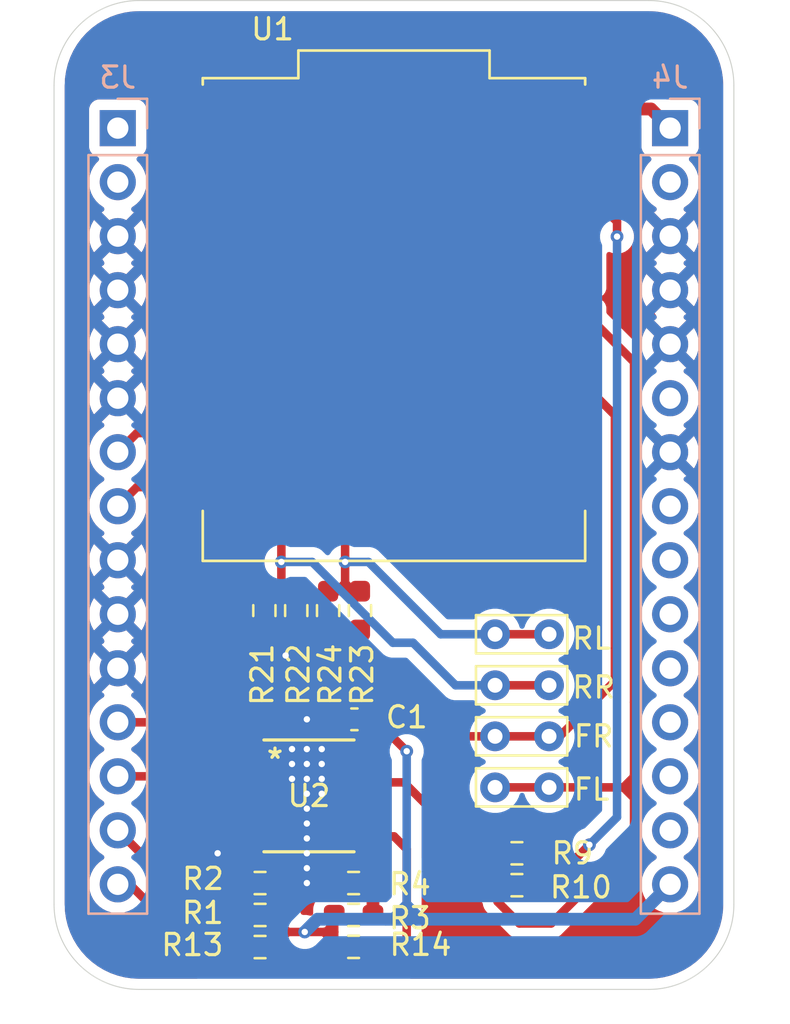
<source format=kicad_pcb>
(kicad_pcb (version 20241229) (generator "pcbnew") (generator_version "9.0")
  (layers (0 "F.Cu" signal) (2 "B.Cu" signal) (13 "F.Paste" user) (15 "B.Paste" user) (5 "F.SilkS" user "F.Silkscreen") (7 "B.SilkS" user "B.Silkscreen") (1 "F.Mask" user) (3 "B.Mask" user) (25 "Edge.Cuts" user))
  (net 0 "")
  (net 1 "+12V")
  (net 2 "GND")
  (net 3 "/WS_FL")
  (net 4 "/WS_FL_Signal")
  (net 5 "/WS_FR")
  (net 6 "/WS_FR_Signal")
  (net 7 "/WS_RL")
  (net 8 "+5V")
  (net 9 "/WS_RR")
  (net 10 "Net-(U2A--)")
  (net 11 "Net-(U2B--)")
  (net 12 "+3.3V")
  (net 13 "/WS_RR_Signal")
  (net 14 "/WS_RL_Signal")
  (net 17 "/RX")
  (net 18 "/TX")
  (footprint "LM393:SO8_STM" (layer "F.Cu") (at 111 139.4)
    (property "Reference" "U2" (at 0 0 0) (layer "F.SilkS"))
    (property "Value" "LM393")
    (fp_line (start -2.1209 2.6289) (end 2.1209 2.6289) (stroke (width 0.1524)) (layer "F.SilkS"))
    (fp_line (start 2.1209 -2.6289) (end -2.1209 -2.6289) (stroke (width 0.1524)) (layer "F.SilkS"))
    (fp_text user "*" (at -1.6 -1.7 0) (layer "F.SilkS"))
    (fp_text user "*" (at -1.6 -1.7 0) (layer "F.SilkS"))
    (pad "1" smd rect (at -2.72415 -1.905) (size 1.4605 0.5334) (layers "F.Cu" "F.Mask" "F.Paste") (net 6 "/WS_FR_Signal"))
    (pad "2" smd rect (at -2.72415 -0.635) (size 1.4605 0.5334) (layers "F.Cu" "F.Mask" "F.Paste") (net 10 "Net-(U2A--)"))
    (pad "3" smd rect (at -2.72415 0.635) (size 1.4605 0.5334) (layers "F.Cu" "F.Mask" "F.Paste") (net 5 "/WS_FR"))
    (pad "4" smd rect (at -2.72415 1.905) (size 1.4605 0.5334) (layers "F.Cu" "F.Mask" "F.Paste") (net 2 "GND"))
    (pad "5" smd rect (at 2.72415 1.905) (size 1.4605 0.5334) (layers "F.Cu" "F.Mask" "F.Paste") (net 3 "/WS_FL"))
    (pad "6" smd rect (at 2.72415 0.635) (size 1.4605 0.5334) (layers "F.Cu" "F.Mask" "F.Paste") (net 11 "Net-(U2B--)"))
    (pad "7" smd rect (at 2.72415 -0.635) (size 1.4605 0.5334) (layers "F.Cu" "F.Mask" "F.Paste") (net 4 "/WS_FL_Signal"))
    (pad "8" smd rect (at 2.72415 -1.905) (size 1.4605 0.5334) (layers "F.Cu" "F.Mask" "F.Paste") (net 1 "+12V"))
  )
  (footprint "TestPoint:TestPoint_Bridge_Pitch2.54mm_Drill0.7mm" (layer "F.Cu") (at 119.76 136.6)
    (property "Reference" "FR" (at 4.64 0 0) (layer "F.SilkS"))
    (property "Value" "TestPoint")
    (fp_line (start -0.9 -0.9) (end -0.9 0.9) (stroke (width 0.12)) (layer "F.SilkS"))
    (fp_line (start -0.9 -0.9) (end 3.4 -0.9) (stroke (width 0.12)) (layer "F.SilkS"))
    (fp_line (start 3.4 0.9) (end -0.9 0.9) (stroke (width 0.12)) (layer "F.SilkS"))
    (fp_line (start 3.4 0.9) (end 3.4 -0.9) (stroke (width 0.12)) (layer "F.SilkS"))
    (pad "1" thru_hole circle (at 0 0) (size 1.4 1.4) (drill 0.7) (layers "*.Cu" "*.Mask") (net 6 "/WS_FR_Signal"))
    (pad "1" thru_hole circle (at 2.54 0) (size 1.4 1.4) (drill 0.7) (layers "*.Cu" "*.Mask") (net 6 "/WS_FR_Signal"))
  )
  (footprint "Resistor_SMD:R_0603_1608Metric_Pad0.98x0.95mm_HandSolder" (layer "F.Cu") (at 108.9 130.6875 -90)
    (property "Reference" "R21" (at 3.0125 0.1 270) (layer "F.SilkS"))
    (property "Value" "220K")
    (fp_line (start -0.254724 0.5225) (end 0.254724 0.5225) (stroke (width 0.12)) (layer "F.SilkS"))
    (fp_line (start -0.254724 -0.5225) (end 0.254724 -0.5225) (stroke (width 0.12)) (layer "F.SilkS"))
    (pad "1" smd roundrect (at -0.9125 0 270) (size 0.975 0.95) (layers "F.Cu" "F.Mask" "F.Paste") (net 13 "/WS_RR_Signal"))
    (pad "2" smd roundrect (at 0.9125 0 270) (size 0.975 0.95) (layers "F.Cu" "F.Mask" "F.Paste") (net 9 "/WS_RR"))
  )
  (footprint "Resistor_SMD:R_0603_1608Metric_Pad0.98x0.95mm_HandSolder" (layer "F.Cu") (at 111.9 130.6875 90)
    (property "Reference" "R24" (at -3.0125 0.1 90) (layer "F.SilkS"))
    (property "Value" "680K")
    (fp_line (start -0.254724 -0.5225) (end 0.254724 -0.5225) (stroke (width 0.12)) (layer "F.SilkS"))
    (fp_line (start -0.254724 0.5225) (end 0.254724 0.5225) (stroke (width 0.12)) (layer "F.SilkS"))
    (pad "1" smd roundrect (at -0.9125 0 90) (size 0.975 0.95) (layers "F.Cu" "F.Mask" "F.Paste") (net 2 "GND"))
    (pad "2" smd roundrect (at 0.9125 0 90) (size 0.975 0.95) (layers "F.Cu" "F.Mask" "F.Paste") (net 14 "/WS_RL_Signal"))
  )
  (footprint "Resistor_SMD:R_0603_1608Metric_Pad0.98x0.95mm_HandSolder" (layer "F.Cu") (at 113.1 143.5 180)
    (property "Reference" "R4" (at -2.65 -0.05 0) (layer "F.SilkS"))
    (property "Value" "20K")
    (fp_line (start -0.254724 0.5225) (end 0.254724 0.5225) (stroke (width 0.12)) (layer "F.SilkS"))
    (fp_line (start -0.254724 -0.5225) (end 0.254724 -0.5225) (stroke (width 0.12)) (layer "F.SilkS"))
    (pad "1" smd roundrect (at -0.9125 0 180) (size 0.975 0.95) (layers "F.Cu" "F.Mask" "F.Paste") (net 11 "Net-(U2B--)"))
    (pad "2" smd roundrect (at 0.9125 0 180) (size 0.975 0.95) (layers "F.Cu" "F.Mask" "F.Paste") (net 2 "GND"))
  )
  (footprint "TestPoint:TestPoint_Bridge_Pitch2.54mm_Drill0.7mm" (layer "F.Cu") (at 119.76 131.8)
    (property "Reference" "RL" (at 4.54 0.2 0) (layer "F.SilkS"))
    (property "Value" "TestPoint")
    (fp_line (start -0.9 -0.9) (end -0.9 0.9) (stroke (width 0.12)) (layer "F.SilkS"))
    (fp_line (start -0.9 -0.9) (end 3.4 -0.9) (stroke (width 0.12)) (layer "F.SilkS"))
    (fp_line (start 3.4 0.9) (end -0.9 0.9) (stroke (width 0.12)) (layer "F.SilkS"))
    (fp_line (start 3.4 0.9) (end 3.4 -0.9) (stroke (width 0.12)) (layer "F.SilkS"))
    (pad "1" thru_hole circle (at 0 0) (size 1.4 1.4) (drill 0.7) (layers "*.Cu" "*.Mask") (net 14 "/WS_RL_Signal"))
    (pad "1" thru_hole circle (at 2.54 0) (size 1.4 1.4) (drill 0.7) (layers "*.Cu" "*.Mask") (net 14 "/WS_RL_Signal"))
  )
  (footprint "Resistor_SMD:R_0603_1608Metric_Pad0.98x0.95mm_HandSolder" (layer "F.Cu") (at 120.7875 143.6 180)
    (property "Reference" "R10" (at -3.0125 -0.1 0) (layer "F.SilkS"))
    (property "Value" "1K")
    (fp_line (start -0.254724 0.5225) (end 0.254724 0.5225) (stroke (width 0.12)) (layer "F.SilkS"))
    (fp_line (start -0.254724 -0.5225) (end 0.254724 -0.5225) (stroke (width 0.12)) (layer "F.SilkS"))
    (pad "1" smd roundrect (at -0.9125 0 180) (size 0.975 0.95) (layers "F.Cu" "F.Mask" "F.Paste") (net 12 "+3.3V"))
    (pad "2" smd roundrect (at 0.9125 0 180) (size 0.975 0.95) (layers "F.Cu" "F.Mask" "F.Paste") (net 4 "/WS_FL_Signal"))
  )
  (footprint "Resistor_SMD:R_0603_1608Metric_Pad0.98x0.95mm_HandSolder" (layer "F.Cu") (at 108.6975 146.51 180)
    (property "Reference" "R13" (at 3.1875 0.1 0) (layer "F.SilkS"))
    (property "Value" "400")
    (fp_line (start -0.254724 0.5225) (end 0.254724 0.5225) (stroke (width 0.12)) (layer "F.SilkS"))
    (fp_line (start -0.254724 -0.5225) (end 0.254724 -0.5225) (stroke (width 0.12)) (layer "F.SilkS"))
    (pad "1" smd roundrect (at -0.9125 0 180) (size 0.975 0.95) (layers "F.Cu" "F.Mask" "F.Paste") (net 1 "+12V"))
    (pad "2" smd roundrect (at 0.9125 0 180) (size 0.975 0.95) (layers "F.Cu" "F.Mask" "F.Paste") (net 5 "/WS_FR"))
  )
  (footprint "Resistor_SMD:R_0603_1608Metric_Pad0.98x0.95mm_HandSolder" (layer "F.Cu") (at 108.6975 143.5)
    (property "Reference" "R2" (at -2.6875 -0.2 0) (layer "F.SilkS"))
    (property "Value" "22K")
    (fp_line (start -0.254724 -0.5225) (end 0.254724 -0.5225) (stroke (width 0.12)) (layer "F.SilkS"))
    (fp_line (start -0.254724 0.5225) (end 0.254724 0.5225) (stroke (width 0.12)) (layer "F.SilkS"))
    (pad "1" smd roundrect (at -0.9125 0) (size 0.975 0.95) (layers "F.Cu" "F.Mask" "F.Paste") (net 10 "Net-(U2A--)"))
    (pad "2" smd roundrect (at 0.9125 0) (size 0.975 0.95) (layers "F.Cu" "F.Mask" "F.Paste") (net 2 "GND"))
  )
  (footprint "Capacitor_SMD:C_0603_1608Metric_Pad1.08x0.95mm_HandSolder" (layer "F.Cu") (at 113.1375 135.8 180)
    (property "Reference" "C1" (at -2.4625 0.1 0) (layer "F.SilkS"))
    (property "Value" "C_Small")
    (fp_line (start -0.146267 0.51) (end 0.146267 0.51) (stroke (width 0.12)) (layer "F.SilkS"))
    (fp_line (start -0.146267 -0.51) (end 0.146267 -0.51) (stroke (width 0.12)) (layer "F.SilkS"))
    (pad "1" smd roundrect (at -0.8625 0 180) (size 1.075 0.95) (layers "F.Cu" "F.Mask" "F.Paste") (net 1 "+12V"))
    (pad "2" smd roundrect (at 0.8625 0 180) (size 1.075 0.95) (layers "F.Cu" "F.Mask" "F.Paste") (net 2 "GND"))
  )
  (footprint "TestPoint:TestPoint_Bridge_Pitch2.54mm_Drill0.7mm" (layer "F.Cu") (at 119.76 139)
    (property "Reference" "FL" (at 4.54 0.1 0) (layer "F.SilkS"))
    (property "Value" "TestPoint")
    (fp_line (start -0.9 -0.9) (end -0.9 0.9) (stroke (width 0.12)) (layer "F.SilkS"))
    (fp_line (start -0.9 -0.9) (end 3.4 -0.9) (stroke (width 0.12)) (layer "F.SilkS"))
    (fp_line (start 3.4 0.9) (end -0.9 0.9) (stroke (width 0.12)) (layer "F.SilkS"))
    (fp_line (start 3.4 0.9) (end 3.4 -0.9) (stroke (width 0.12)) (layer "F.SilkS"))
    (pad "1" thru_hole circle (at 0 0) (size 1.4 1.4) (drill 0.7) (layers "*.Cu" "*.Mask") (net 4 "/WS_FL_Signal"))
    (pad "1" thru_hole circle (at 2.54 0) (size 1.4 1.4) (drill 0.7) (layers "*.Cu" "*.Mask") (net 4 "/WS_FL_Signal"))
  )
  (footprint "Resistor_SMD:R_0603_1608Metric_Pad0.98x0.95mm_HandSolder" (layer "F.Cu") (at 108.7 145 180)
    (property "Reference" "R1" (at 2.7 0.1 0) (layer "F.SilkS"))
    (property "Value" "10K")
    (fp_line (start -0.254724 0.5225) (end 0.254724 0.5225) (stroke (width 0.12)) (layer "F.SilkS"))
    (fp_line (start -0.254724 -0.5225) (end 0.254724 -0.5225) (stroke (width 0.12)) (layer "F.SilkS"))
    (pad "1" smd roundrect (at -0.9125 0 180) (size 0.975 0.95) (layers "F.Cu" "F.Mask" "F.Paste") (net 1 "+12V"))
    (pad "2" smd roundrect (at 0.9125 0 180) (size 0.975 0.95) (layers "F.Cu" "F.Mask" "F.Paste") (net 10 "Net-(U2A--)"))
  )
  (footprint "Resistor_SMD:R_0603_1608Metric_Pad0.98x0.95mm_HandSolder" (layer "F.Cu") (at 120.7875 142.1 180)
    (property "Reference" "R9" (at -2.6125 0 0) (layer "F.SilkS"))
    (property "Value" "1K")
    (fp_line (start -0.254724 0.5225) (end 0.254724 0.5225) (stroke (width 0.12)) (layer "F.SilkS"))
    (fp_line (start -0.254724 -0.5225) (end 0.254724 -0.5225) (stroke (width 0.12)) (layer "F.SilkS"))
    (pad "1" smd roundrect (at -0.9125 0 180) (size 0.975 0.95) (layers "F.Cu" "F.Mask" "F.Paste") (net 12 "+3.3V"))
    (pad "2" smd roundrect (at 0.9125 0 180) (size 0.975 0.95) (layers "F.Cu" "F.Mask" "F.Paste") (net 6 "/WS_FR_Signal"))
  )
  (footprint "Resistor_SMD:R_0603_1608Metric_Pad0.98x0.95mm_HandSolder" (layer "F.Cu") (at 113.1 145)
    (property "Reference" "R3" (at 2.65 0.15 0) (layer "F.SilkS"))
    (property "Value" "10K")
    (fp_line (start -0.254724 -0.5225) (end 0.254724 -0.5225) (stroke (width 0.12)) (layer "F.SilkS"))
    (fp_line (start -0.254724 0.5225) (end 0.254724 0.5225) (stroke (width 0.12)) (layer "F.SilkS"))
    (pad "1" smd roundrect (at -0.9125 0) (size 0.975 0.95) (layers "F.Cu" "F.Mask" "F.Paste") (net 1 "+12V"))
    (pad "2" smd roundrect (at 0.9125 0) (size 0.975 0.95) (layers "F.Cu" "F.Mask" "F.Paste") (net 11 "Net-(U2B--)"))
  )
  (footprint "TestPoint:TestPoint_Bridge_Pitch2.54mm_Drill0.7mm" (layer "F.Cu") (at 119.76 134.2)
    (property "Reference" "RR" (at 4.64 0.1 0) (layer "F.SilkS"))
    (property "Value" "TestPoint")
    (fp_line (start -0.9 -0.9) (end -0.9 0.9) (stroke (width 0.12)) (layer "F.SilkS"))
    (fp_line (start -0.9 -0.9) (end 3.4 -0.9) (stroke (width 0.12)) (layer "F.SilkS"))
    (fp_line (start 3.4 0.9) (end -0.9 0.9) (stroke (width 0.12)) (layer "F.SilkS"))
    (fp_line (start 3.4 0.9) (end 3.4 -0.9) (stroke (width 0.12)) (layer "F.SilkS"))
    (pad "1" thru_hole circle (at 0 0) (size 1.4 1.4) (drill 0.7) (layers "*.Cu" "*.Mask") (net 13 "/WS_RR_Signal"))
    (pad "1" thru_hole circle (at 2.54 0) (size 1.4 1.4) (drill 0.7) (layers "*.Cu" "*.Mask") (net 13 "/WS_RR_Signal"))
  )
  (footprint "Resistor_SMD:R_0603_1608Metric_Pad0.98x0.95mm_HandSolder" (layer "F.Cu") (at 110.4 130.6875 90)
    (property "Reference" "R22" (at -3.0125 0.1 90) (layer "F.SilkS"))
    (property "Value" "680K")
    (fp_line (start -0.254724 -0.5225) (end 0.254724 -0.5225) (stroke (width 0.12)) (layer "F.SilkS"))
    (fp_line (start -0.254724 0.5225) (end 0.254724 0.5225) (stroke (width 0.12)) (layer "F.SilkS"))
    (pad "1" smd roundrect (at -0.9125 0 90) (size 0.975 0.95) (layers "F.Cu" "F.Mask" "F.Paste") (net 2 "GND"))
    (pad "2" smd roundrect (at 0.9125 0 90) (size 0.975 0.95) (layers "F.Cu" "F.Mask" "F.Paste") (net 13 "/WS_RR_Signal"))
  )
  (footprint "ESP32 SUpermini SMD:MODULE_ESP32-C3_SUPERMINI" (layer "F.Cu") (at 115 117)
    (property "Reference" "U1" (at -5.715 -13.6525 0) (layer "F.SilkS"))
    (property "Value" "ESP32-C3_SUPERMINI_TH")
    (fp_line (start -9 -11.05) (end -9 -11.35) (stroke (width 0.127)) (layer "F.SilkS"))
    (fp_line (start -9 11.35) (end -9 9) (stroke (width 0.127)) (layer "F.SilkS"))
    (fp_line (start -4.5 -12.65) (end -4.5 -11.35) (stroke (width 0.127)) (layer "F.SilkS"))
    (fp_line (start -4.5 -11.35) (end -9 -11.35) (stroke (width 0.127)) (layer "F.SilkS"))
    (fp_line (start 4.5 -12.65) (end -4.5 -12.65) (stroke (width 0.127)) (layer "F.SilkS"))
    (fp_line (start 4.5 -12.65) (end 4.5 -11.35) (stroke (width 0.127)) (layer "F.SilkS"))
    (fp_line (start 9 -11.35) (end 4.5 -11.35) (stroke (width 0.127)) (layer "F.SilkS"))
    (fp_line (start 9 -11.05) (end 9 -11.35) (stroke (width 0.127)) (layer "F.SilkS"))
    (fp_line (start 9 11.35) (end -9 11.35) (stroke (width 0.127)) (layer "F.SilkS"))
    (fp_line (start 9 11.35) (end 9 9) (stroke (width 0.127)) (layer "F.SilkS"))
    (pad "0" smd rect (at 7.985 7.88) (size 3.025 1.524) (layers "F.Cu" "F.Mask" "F.Paste") (net 14 "/WS_RL_Signal"))
    (pad "1" smd rect (at 7.985 5.34) (size 3.025 1.524) (layers "F.Cu" "F.Mask" "F.Paste") (net 13 "/WS_RR_Signal"))
    (pad "2" smd rect (at 7.985 2.8) (size 3.025 1.524) (layers "F.Cu" "F.Mask" "F.Paste") (net 6 "/WS_FR_Signal"))
    (pad "3" smd rect (at 7.985 0.26) (size 3.025 1.524) (layers "F.Cu" "F.Mask" "F.Paste") (net 4 "/WS_FL_Signal"))
    (pad "3.3" smd rect (at 7.985 -4.82) (size 3.025 1.524) (layers "F.Cu" "F.Mask" "F.Paste") (net 12 "+3.3V"))
    (pad "4" smd rect (at 7.985 -2.28) (size 3.025 1.524) (layers "F.Cu" "F.Mask" "F.Paste"))
    (pad "5" smd rect (at -7.985 -9.9) (size 3.025 1.524) (layers "F.Cu" "F.Mask" "F.Paste"))
    (pad "5V" smd rect (at 7.985 -9.9) (size 3.025 1.524) (layers "F.Cu" "F.Mask" "F.Paste") (net 8 "+5V"))
    (pad "6" smd rect (at -7.985 -7.36) (size 3.025 1.524) (layers "F.Cu" "F.Mask" "F.Paste"))
    (pad "7" smd rect (at -7.985 -4.82) (size 3.025 1.524) (layers "F.Cu" "F.Mask" "F.Paste"))
    (pad "8" smd rect (at -7.985 -2.28) (size 3.025 1.524) (layers "F.Cu" "F.Mask" "F.Paste"))
    (pad "9" smd rect (at -7.985 0.26) (size 3.025 1.524) (layers "F.Cu" "F.Mask" "F.Paste"))
    (pad "10" smd rect (at -7.985 2.8) (size 3.025 1.524) (layers "F.Cu" "F.Mask" "F.Paste"))
    (pad "20" smd rect (at -7.985 5.34) (size 3.025 1.524) (layers "F.Cu" "F.Mask" "F.Paste") (net 17 "/RX"))
    (pad "21" smd rect (at -7.985 7.88) (size 3.025 1.524) (layers "F.Cu" "F.Mask" "F.Paste") (net 18 "/TX"))
    (pad "G" smd rect (at 7.985 -7.36) (size 3.025 1.524) (layers "F.Cu" "F.Mask" "F.Paste") (net 2 "GND"))
  )
  (footprint "Resistor_SMD:R_0603_1608Metric_Pad0.98x0.95mm_HandSolder" (layer "F.Cu") (at 113.4 130.6875 -90)
    (property "Reference" "R23" (at 3.0125 -0.1 90) (layer "F.SilkS"))
    (property "Value" "220K")
    (fp_line (start -0.254724 0.5225) (end 0.254724 0.5225) (stroke (width 0.12)) (layer "F.SilkS"))
    (fp_line (start -0.254724 -0.5225) (end 0.254724 -0.5225) (stroke (width 0.12)) (layer "F.SilkS"))
    (pad "1" smd roundrect (at -0.9125 0 270) (size 0.975 0.95) (layers "F.Cu" "F.Mask" "F.Paste") (net 14 "/WS_RL_Signal"))
    (pad "2" smd roundrect (at 0.9125 0 270) (size 0.975 0.95) (layers "F.Cu" "F.Mask" "F.Paste") (net 7 "/WS_RL"))
  )
  (footprint "Resistor_SMD:R_0603_1608Metric_Pad0.98x0.95mm_HandSolder" (layer "F.Cu") (at 113.1 146.5)
    (property "Reference" "R14" (at 3.15 -0.1 0) (layer "F.SilkS"))
    (property "Value" "400")
    (fp_line (start -0.254724 -0.5225) (end 0.254724 -0.5225) (stroke (width 0.12)) (layer "F.SilkS"))
    (fp_line (start -0.254724 0.5225) (end 0.254724 0.5225) (stroke (width 0.12)) (layer "F.SilkS"))
    (pad "1" smd roundrect (at -0.9125 0) (size 0.975 0.95) (layers "F.Cu" "F.Mask" "F.Paste") (net 1 "+12V"))
    (pad "2" smd roundrect (at 0.9125 0) (size 0.975 0.95) (layers "F.Cu" "F.Mask" "F.Paste") (net 3 "/WS_FL"))
  )
  (footprint "Connector_PinHeader_2.54mm:PinHeader_1x15_P2.54mm_Vertical" (layer "B.Cu") (at 128 108 180)
    (property "Reference" "J4" (at 0 2.38 0) (layer "B.SilkS") (effects (justify mirror)))
    (property "Value" "Conn_01x15_Pin")
    (fp_line (start 1.38 -1.27) (end 1.38 -36.94) (stroke (width 0.12)) (layer "B.SilkS"))
    (fp_line (start -1.38 1.38) (end 0 1.38) (stroke (width 0.12)) (layer "B.SilkS"))
    (fp_line (start -1.38 0) (end -1.38 1.38) (stroke (width 0.12)) (layer "B.SilkS"))
    (fp_line (start -1.38 -1.27) (end 1.38 -1.27) (stroke (width 0.12)) (layer "B.SilkS"))
    (fp_line (start -1.38 -1.27) (end -1.38 -36.94) (stroke (width 0.12)) (layer "B.SilkS"))
    (fp_line (start -1.38 -36.94) (end 1.38 -36.94) (stroke (width 0.12)) (layer "B.SilkS"))
    (pad "1" thru_hole rect (at 0 0 180) (size 1.7 1.7) (drill 1) (layers "*.Cu" "*.Mask") (net 8 "+5V"))
    (pad "2" thru_hole circle (at 0 -2.54 180) (size 1.7 1.7) (drill 1) (layers "*.Cu" "*.Mask"))
    (pad "3" thru_hole circle (at 0 -5.08 180) (size 1.7 1.7) (drill 1) (layers "*.Cu" "*.Mask") (net 2 "GND"))
    (pad "4" thru_hole circle (at 0 -7.62 180) (size 1.7 1.7) (drill 1) (layers "*.Cu" "*.Mask") (net 2 "GND"))
    (pad "5" thru_hole circle (at 0 -10.16 180) (size 1.7 1.7) (drill 1) (layers "*.Cu" "*.Mask") (net 2 "GND"))
    (pad "6" thru_hole circle (at 0 -12.7 180) (size 1.7 1.7) (drill 1) (layers "*.Cu" "*.Mask"))
    (pad "7" thru_hole circle (at 0 -15.24 180) (size 1.7 1.7) (drill 1) (layers "*.Cu" "*.Mask") (net 2 "GND"))
    (pad "8" thru_hole circle (at 0 -17.78 180) (size 1.7 1.7) (drill 1) (layers "*.Cu" "*.Mask"))
    (pad "9" thru_hole circle (at 0 -20.32 180) (size 1.7 1.7) (drill 1) (layers "*.Cu" "*.Mask"))
    (pad "10" thru_hole circle (at 0 -22.86 180) (size 1.7 1.7) (drill 1) (layers "*.Cu" "*.Mask"))
    (pad "11" thru_hole circle (at 0 -25.4 180) (size 1.7 1.7) (drill 1) (layers "*.Cu" "*.Mask"))
    (pad "12" thru_hole circle (at 0 -27.94 180) (size 1.7 1.7) (drill 1) (layers "*.Cu" "*.Mask"))
    (pad "13" thru_hole circle (at 0 -30.48 180) (size 1.7 1.7) (drill 1) (layers "*.Cu" "*.Mask"))
    (pad "14" thru_hole circle (at 0 -33.02 180) (size 1.7 1.7) (drill 1) (layers "*.Cu" "*.Mask"))
    (pad "15" thru_hole circle (at 0 -35.56 180) (size 1.7 1.7) (drill 1) (layers "*.Cu" "*.Mask") (net 1 "+12V"))
  )
  (footprint "Connector_PinHeader_2.54mm:PinHeader_1x15_P2.54mm_Vertical" (layer "B.Cu") (at 102 108 180)
    (property "Reference" "J3" (at 0 2.38 0) (layer "B.SilkS") (effects (justify mirror)))
    (property "Value" "Conn_01x15_Pin")
    (fp_line (start 1.38 -1.27) (end 1.38 -36.94) (stroke (width 0.12)) (layer "B.SilkS"))
    (fp_line (start -1.38 1.38) (end 0 1.38) (stroke (width 0.12)) (layer "B.SilkS"))
    (fp_line (start -1.38 0) (end -1.38 1.38) (stroke (width 0.12)) (layer "B.SilkS"))
    (fp_line (start -1.38 -1.27) (end 1.38 -1.27) (stroke (width 0.12)) (layer "B.SilkS"))
    (fp_line (start -1.38 -1.27) (end -1.38 -36.94) (stroke (width 0.12)) (layer "B.SilkS"))
    (fp_line (start -1.38 -36.94) (end 1.38 -36.94) (stroke (width 0.12)) (layer "B.SilkS"))
    (pad "1" thru_hole rect (at 0 0 180) (size 1.7 1.7) (drill 1) (layers "*.Cu" "*.Mask"))
    (pad "2" thru_hole circle (at 0 -2.54 180) (size 1.7 1.7) (drill 1) (layers "*.Cu" "*.Mask"))
    (pad "3" thru_hole circle (at 0 -5.08 180) (size 1.7 1.7) (drill 1) (layers "*.Cu" "*.Mask") (net 2 "GND"))
    (pad "4" thru_hole circle (at 0 -7.62 180) (size 1.7 1.7) (drill 1) (layers "*.Cu" "*.Mask") (net 2 "GND"))
    (pad "5" thru_hole circle (at 0 -10.16 180) (size 1.7 1.7) (drill 1) (layers "*.Cu" "*.Mask") (net 2 "GND"))
    (pad "6" thru_hole circle (at 0 -12.7 180) (size 1.7 1.7) (drill 1) (layers "*.Cu" "*.Mask") (net 2 "GND"))
    (pad "7" thru_hole circle (at 0 -15.24 180) (size 1.7 1.7) (drill 1) (layers "*.Cu" "*.Mask") (net 17 "/RX"))
    (pad "8" thru_hole circle (at 0 -17.78 180) (size 1.7 1.7) (drill 1) (layers "*.Cu" "*.Mask") (net 18 "/TX"))
    (pad "9" thru_hole circle (at 0 -20.32 180) (size 1.7 1.7) (drill 1) (layers "*.Cu" "*.Mask") (net 2 "GND"))
    (pad "10" thru_hole circle (at 0 -22.86 180) (size 1.7 1.7) (drill 1) (layers "*.Cu" "*.Mask") (net 2 "GND"))
    (pad "11" thru_hole circle (at 0 -25.4 180) (size 1.7 1.7) (drill 1) (layers "*.Cu" "*.Mask") (net 2 "GND"))
    (pad "12" thru_hole circle (at 0 -27.94 180) (size 1.7 1.7) (drill 1) (layers "*.Cu" "*.Mask") (net 9 "/WS_RR"))
    (pad "13" thru_hole circle (at 0 -30.48 180) (size 1.7 1.7) (drill 1) (layers "*.Cu" "*.Mask") (net 7 "/WS_RL"))
    (pad "14" thru_hole circle (at 0 -33.02 180) (size 1.7 1.7) (drill 1) (layers "*.Cu" "*.Mask") (net 5 "/WS_FR"))
    (pad "15" thru_hole circle (at 0 -35.56 180) (size 1.7 1.7) (drill 1) (layers "*.Cu" "*.Mask") (net 3 "/WS_FL"))
  )
  (gr_line (start 99 106) (end 99 144.5) (stroke (width 0.05)) (layer "Edge.Cuts"))
  (gr_line (start 131 144.5) (end 131 106) (stroke (width 0.05)) (layer "Edge.Cuts"))
  (gr_arc (start 127 102) (mid 129.828427 103.171573) (end 131 106) (stroke (width 0.05)) (layer "Edge.Cuts"))
  (gr_arc (start 131 144.5) (mid 129.828427 147.328427) (end 127 148.5) (stroke (width 0.05)) (layer "Edge.Cuts"))
  (gr_line (start 127 102) (end 103 102) (stroke (width 0.05)) (layer "Edge.Cuts"))
  (gr_line (start 103 148.5) (end 127 148.5) (stroke (width 0.05)) (layer "Edge.Cuts"))
  (gr_arc (start 99 106) (mid 100.171573 103.171573) (end 103 102) (stroke (width 0.05)) (layer "Edge.Cuts"))
  (gr_arc (start 103 148.5) (mid 100.171573 147.328427) (end 99 144.5) (stroke (width 0.05)) (layer "Edge.Cuts"))
  (segment (start 111.7 145.8) (end 110.8 145.8) (width 0.4) (layer "F.Cu") (net 1))
  (segment (start 111.8 145.8) (end 111.7 145.8) (width 0.4) (layer "F.Cu") (net 1))
  (segment (start 114 135.8) (end 114 136.7) (width 0.4) (layer "F.Cu") (net 1))
  (segment (start 112.1875 145.8) (end 111.8 145.8) (width 0.4) (layer "F.Cu") (net 1))
  (segment (start 112.1875 146.5) (end 112.1875 146.2875) (width 0.4) (layer "F.Cu") (net 1))
  (segment (start 112.1875 145.8) (end 112.1875 146.5) (width 0.4) (layer "F.Cu") (net 1))
  (segment (start 109.6125 146.0875) (end 109.6 146.1) (width 0.4) (layer "F.Cu") (net 1))
  (segment (start 112.1875 146.2875) (end 111.7 145.8) (width 0.4) (layer "F.Cu") (net 1))
  (segment (start 114 137.21915) (end 113.72415 137.495) (width 0.4) (layer "F.Cu") (net 1))
  (segment (start 112.1875 145) (end 112.1875 145.8) (width 0.4) (layer "F.Cu") (net 1))
  (segment (start 109.6125 145.4125) (end 110 145.8) (width 0.4) (layer "F.Cu") (net 1))
  (segment (start 109.6125 146.5075) (end 109.61 146.51) (width 0.4) (layer "F.Cu") (net 1))
  (segment (start 113.72415 137.495) (end 114.4 136.81915) (width 0.4) (layer "F.Cu") (net 1))
  (segment (start 112.1875 145.4125) (end 111.8 145.8) (width 0.4) (layer "F.Cu") (net 1))
  (segment (start 109.6125 145.8) (end 109.6125 146.5075) (width 0.4) (layer "F.Cu") (net 1))
  (segment (start 112.1875 145) (end 112.1875 145.4125) (width 0.4) (layer "F.Cu") (net 1))
  (segment (start 115 136.7) (end 115.6 137.3) (width 0.4) (layer "F.Cu") (net 1))
  (segment (start 114 136.7) (end 114.4 136.7) (width 0.4) (layer "F.Cu") (net 1))
  (segment (start 114 136.3) (end 114.4 136.7) (width 0.4) (layer "F.Cu") (net 1))
  (segment (start 114.4 136.81915) (end 114.4 136.7) (width 0.4) (layer "F.Cu") (net 1))
  (segment (start 114.4 136.7) (end 115 136.7) (width 0.4) (layer "F.Cu") (net 1))
  (segment (start 109.61 146.51) (end 109.61 146.19) (width 0.4) (layer "F.Cu") (net 1))
  (segment (start 109.6125 145) (end 109.6125 145.4125) (width 0.4) (layer "F.Cu") (net 1))
  (segment (start 109.61 146.19) (end 110 145.8) (width 0.4) (layer "F.Cu") (net 1))
  (segment (start 110.8 145.8) (end 110 145.8) (width 0.4) (layer "F.Cu") (net 1))
  (segment (start 114 136.7) (end 114 137.21915) (width 0.4) (layer "F.Cu") (net 1))
  (segment (start 114 135.8) (end 114 136.3) (width 0.4) (layer "F.Cu") (net 1))
  (segment (start 109.6125 145) (end 109.6125 145.8) (width 0.4) (layer "F.Cu") (net 1))
  (segment (start 110 145.8) (end 109.6125 145.8) (width 0.4) (layer "F.Cu") (net 1))
  (via (at 115.6 137.3) (size 0.6) (drill 0.3) (layers "F.Cu" "B.Cu") (net 1))
  (via (at 110.8 145.8) (size 0.6) (drill 0.3) (layers "F.Cu" "B.Cu") (net 1))
  (segment (start 116.1 145.2) (end 115.4 145.2) (width 0.6) (layer "B.Cu") (net 1))
  (segment (start 115.4 145.2) (end 114.6 145.2) (width 0.6) (layer "B.Cu") (net 1))
  (segment (start 114.6 145.2) (end 111.4 145.2) (width 0.6) (layer "B.Cu") (net 1))
  (segment (start 116.1 145.2) (end 116.1 145.1) (width 0.6) (layer "B.Cu") (net 1))
  (segment (start 115 145.2) (end 115.6 144.6) (width 0.6) (layer "B.Cu") (net 1))
  (segment (start 126.36 145.2) (end 116.1 145.2) (width 0.6) (layer "B.Cu") (net 1))
  (segment (start 128 143.56) (end 126.36 145.2) (width 0.6) (layer "B.Cu") (net 1))
  (segment (start 115.6 137.3) (end 115.6 144.6) (width 0.4) (layer "B.Cu") (net 1))
  (segment (start 115.6 144.6) (end 115.6 145) (width 0.4) (layer "B.Cu") (net 1))
  (segment (start 116.1 145.1) (end 115.6 144.6) (width 0.6) (layer "B.Cu") (net 1))
  (segment (start 115.6 145) (end 115.4 145.2) (width 0.4) (layer "B.Cu") (net 1))
  (segment (start 114.6 145.2) (end 115 145.2) (width 0.6) (layer "B.Cu") (net 1))
  (segment (start 111.4 145.2) (end 110.8 145.8) (width 0.6) (layer "B.Cu") (net 1))
  (segment (start 109.61 143.5) (end 110.9 143.5) (width 0.4) (layer "F.Cu") (net 2))
  (segment (start 110.4 132.3) (end 109.9 132.8) (width 0.4) (layer "F.Cu") (net 2))
  (segment (start 106.9 142.1) (end 107.695 141.305) (width 0.4) (layer "F.Cu") (net 2))
  (segment (start 106.7 142.1) (end 106.9 142.1) (width 0.4) (layer "F.Cu") (net 2))
  (segment (start 110.4 131.6) (end 110.4 132.3) (width 0.4) (layer "F.Cu") (net 2))
  (segment (start 110.4 131.6) (end 111.9 131.6) (width 0.4) (layer "F.Cu") (net 2))
  (segment (start 112.275 135.8) (end 110.9 135.8) (width 0.4) (layer "F.Cu") (net 2))
  (segment (start 112.1875 143.5) (end 110.9 143.5) (width 0.4) (layer "F.Cu") (net 2))
  (segment (start 107.695 141.305) (end 108.27585 141.305) (width 0.4) (layer "F.Cu") (net 2))
  (via (at 110.9 140.7) (size 0.6) (drill 0.3) (layers "F.Cu" "B.Cu") (net 2))
  (via (at 110.9 137.9) (size 0.6) (drill 0.3) (layers "F.Cu" "B.Cu") (net 2))
  (via (at 110.9 141.4) (size 0.6) (drill 0.3) (layers "F.Cu" "B.Cu") (net 2))
  (via (at 110.2 138.6) (size 0.6) (drill 0.3) (layers "F.Cu" "B.Cu") (net 2))
  (via (at 110.9 142.1) (size 0.6) (drill 0.3) (layers "F.Cu" "B.Cu") (net 2))
  (via (at 110.9 138.6) (size 0.6) (drill 0.3) (layers "F.Cu" "B.Cu") (net 2))
  (via (at 110.9 135.8) (size 0.6) (drill 0.3) (layers "F.Cu" "B.Cu") (net 2))
  (via (at 110.9 139.3) (size 0.6) (drill 0.3) (layers "F.Cu" "B.Cu") (net 2))
  (via (at 111.6 139.3) (size 0.6) (drill 0.3) (layers "F.Cu" "B.Cu") (net 2))
  (via (at 111.6 138.6) (size 0.6) (drill 0.3) (layers "F.Cu" "B.Cu") (net 2))
  (via (at 110.2 137.9) (size 0.6) (drill 0.3) (layers "F.Cu" "B.Cu") (net 2))
  (via (at 110.9 140) (size 0.6) (drill 0.3) (layers "F.Cu" "B.Cu") (net 2))
  (via (at 111.6 137.9) (size 0.6) (drill 0.3) (layers "F.Cu" "B.Cu") (net 2))
  (via (at 110.9 142.8) (size 0.6) (drill 0.3) (layers "F.Cu" "B.Cu") (net 2))
  (via (at 111.6 137.2) (size 0.6) (drill 0.3) (layers "F.Cu" "B.Cu") (net 2))
  (via (at 110.9 143.5) (size 0.6) (drill 0.3) (layers "F.Cu" "B.Cu") (net 2))
  (via (at 106.7 142.1) (size 0.6) (drill 0.3) (layers "F.Cu" "B.Cu") (net 2))
  (via (at 109.9 132.8) (size 0.6) (drill 0.3) (layers "F.Cu" "B.Cu") (net 2))
  (via (at 110.9 137.2) (size 0.6) (drill 0.3) (layers "F.Cu" "B.Cu") (net 2))
  (via (at 110.2 137.2) (size 0.6) (drill 0.3) (layers "F.Cu" "B.Cu") (net 2))
  (segment (start 102 143.56) (end 102.56 143.56) (width 0.4) (layer "F.Cu") (net 3))
  (segment (start 114.1 147.75) (end 114.45 147.75) (width 0.4) (layer "F.Cu") (net 3))
  (segment (start 114.75 147.75) (end 115.6 146.9) (width 0.4) (layer "F.Cu") (net 3))
  (segment (start 102.56 143.56) (end 106.75 147.75) (width 0.4) (layer "F.Cu") (net 3))
  (segment (start 114.0125 147.6625) (end 114.1 147.75) (width 0.4) (layer "F.Cu") (net 3))
  (segment (start 114.3625 147.75) (end 114.0125 147.4) (width 0.4) (layer "F.Cu") (net 3))
  (segment (start 114.45 147.75) (end 114.3625 147.75) (width 0.4) (layer "F.Cu") (net 3))
  (segment (start 115.6 141.9) (end 115.005 141.305) (width 0.4) (layer "F.Cu") (net 3))
  (segment (start 115.6 146.9) (end 115.6 141.9) (width 0.4) (layer "F.Cu") (net 3))
  (segment (start 115.005 141.305) (end 113.72415 141.305) (width 0.4) (layer "F.Cu") (net 3))
  (segment (start 114.0125 146.5) (end 114.0125 147.4) (width 0.4) (layer "F.Cu") (net 3))
  (segment (start 106.75 147.75) (end 113.3 147.75) (width 0.4) (layer "F.Cu") (net 3))
  (segment (start 114.45 147.75) (end 114.75 147.75) (width 0.4) (layer "F.Cu") (net 3))
  (segment (start 114.0125 147.4) (end 114.0125 147.6625) (width 0.4) (layer "F.Cu") (net 3))
  (segment (start 113.3 147.75) (end 113.6625 147.75) (width 0.4) (layer "F.Cu") (net 3))
  (segment (start 113.3 147.75) (end 114.1 147.75) (width 0.4) (layer "F.Cu") (net 3))
  (segment (start 113.6625 147.75) (end 114.0125 147.4) (width 0.4) (layer "F.Cu") (net 3))
  (segment (start 119.875 143.6) (end 119.875 144.375) (width 0.4) (layer "F.Cu") (net 4))
  (segment (start 126.3 138.4) (end 126.3 138.5) (width 0.4) (layer "F.Cu") (net 4))
  (segment (start 124.56 117.26) (end 122.985 117.26) (width 0.4) (layer "F.Cu") (net 4))
  (segment (start 116.5 142.3) (end 116.5 139.8) (width 0.4) (layer "F.Cu") (net 4))
  (segment (start 115.465 138.765) (end 113.72415 138.765) (width 0.4) (layer "F.Cu") (net 4))
  (segment (start 125.8 139) (end 126.3 139) (width 0.4) (layer "F.Cu") (net 4))
  (segment (start 126.3 138.5) (end 125.8 139) (width 0.4) (layer "F.Cu") (net 4))
  (segment (start 126.3 119) (end 124.56 117.26) (width 0.4) (layer "F.Cu") (net 4))
  (segment (start 126.3 139) (end 126.3 138.4) (width 0.4) (layer "F.Cu") (net 4))
  (segment (start 122.4 145.4) (end 126.3 141.5) (width 0.4) (layer "F.Cu") (net 4))
  (segment (start 126.3 135) (end 126.3 119) (width 0.4) (layer "F.Cu") (net 4))
  (segment (start 119.76 139) (end 122.3 139) (width 0.4) (layer "F.Cu") (net 4))
  (segment (start 117.8 143.6) (end 116.5 142.3) (width 0.4) (layer "F.Cu") (net 4))
  (segment (start 125.8 139) (end 126.3 139.5) (width 0.4) (layer "F.Cu") (net 4))
  (segment (start 126.3 139.5) (end 126.3 139) (width 0.4) (layer "F.Cu") (net 4))
  (segment (start 126.3 138.4) (end 126.3 135) (width 0.4) (layer "F.Cu") (net 4))
  (segment (start 122.3 139) (end 125.8 139) (width 0.4) (layer "F.Cu") (net 4))
  (segment (start 119.875 144.375) (end 120.9 145.4) (width 0.4) (layer "F.Cu") (net 4))
  (segment (start 116.5 139.8) (end 115.465 138.765) (width 0.4) (layer "F.Cu") (net 4))
  (segment (start 117.8 143.6) (end 119.875 143.6) (width 0.4) (layer "F.Cu") (net 4))
  (segment (start 120.9 145.4) (end 122.4 145.4) (width 0.4) (layer "F.Cu") (net 4))
  (segment (start 126.3 141.5) (end 126.3 139.5) (width 0.4) (layer "F.Cu") (net 4))
  (segment (start 105.8 145) (end 107.31 146.51) (width 0.4) (layer "F.Cu") (net 5))
  (segment (start 108.27585 140.035) (end 107.265 140.035) (width 0.4) (layer "F.Cu") (net 5))
  (segment (start 105.8 142.9) (end 105.8 145) (width 0.4) (layer "F.Cu") (net 5))
  (segment (start 107.31 146.51) (end 107.785 146.51) (width 0.4) (layer "F.Cu") (net 5))
  (segment (start 105.8 142) (end 105.8 142.5) (width 0.4) (layer "F.Cu") (net 5))
  (segment (start 105.8 142.5) (end 105.8 142.9) (width 0.4) (layer "F.Cu") (net 5))
  (segment (start 103.48 142.5) (end 105.4 142.5) (width 0.4) (layer "F.Cu") (net 5))
  (segment (start 105.8 142) (end 105.8 142.1) (width 0.4) (layer "F.Cu") (net 5))
  (segment (start 102 141.02) (end 103.48 142.5) (width 0.4) (layer "F.Cu") (net 5))
  (segment (start 107.265 140.035) (end 105.8 141.5) (width 0.4) (layer "F.Cu") (net 5))
  (segment (start 105.8 142.1) (end 105.4 142.5) (width 0.4) (layer "F.Cu") (net 5))
  (segment (start 105.8 141.5) (end 105.8 142) (width 0.4) (layer "F.Cu") (net 5))
  (segment (start 105.8 142.9) (end 105.4 142.5) (width 0.4) (layer "F.Cu") (net 5))
  (segment (start 105.4 142.5) (end 105.8 142.5) (width 0.4) (layer "F.Cu") (net 5))
  (segment (start 118.2 136.6) (end 119.76 136.6) (width 0.4) (layer "F.Cu") (net 6))
  (segment (start 118 136.6) (end 117.6 137) (width 0.4) (layer "F.Cu") (net 6))
  (segment (start 125.399 121.499) (end 123.7 119.8) (width 0.4) (layer "F.Cu") (net 6))
  (segment (start 122.8 136.6) (end 125.399 134.001) (width 0.4) (layer "F.Cu") (net 6))
  (segment (start 117.6 137) (end 117.6 139.825) (width 0.4) (layer "F.Cu") (net 6))
  (segment (start 125.399 134.001) (end 125.399 121.499) (width 0.4) (layer "F.Cu") (net 6))
  (segment (start 122.3 136.6) (end 122.8 136.6) (width 0.4) (layer "F.Cu") (net 6))
  (segment (start 119.76 136.6) (end 122.3 136.6) (width 0.4) (layer "F.Cu") (net 6))
  (segment (start 117.1 136.6) (end 117.6 136.6) (width 0.4) (layer "F.Cu") (net 6))
  (segment (start 110.40415 134.7) (end 115.2 134.7) (width 0.4) (layer "F.Cu") (net 6))
  (segment (start 108.27585 137.495) (end 108.27585 136.8283) (width 0.4) (layer "F.Cu") (net 6))
  (segment (start 117.6 139.825) (end 119.875 142.1) (width 0.4) (layer "F.Cu") (net 6))
  (segment (start 115.2 134.7) (end 117.1 136.6) (width 0.4) (layer "F.Cu") (net 6))
  (segment (start 117.6 136.6) (end 118.2 136.6) (width 0.4) (layer "F.Cu") (net 6))
  (segment (start 108.27585 136.8283) (end 110.40415 134.7) (width 0.4) (layer "F.Cu") (net 6))
  (segment (start 117.6 136.6) (end 117.6 137) (width 0.4) (layer "F.Cu") (net 6))
  (segment (start 123.7 119.8) (end 122.985 119.8) (width 0.4) (layer "F.Cu") (net 6))
  (segment (start 117.1 136.6) (end 117.5 137) (width 0.4) (layer "F.Cu") (net 6))
  (segment (start 117.5 137) (end 117.6 137) (width 0.4) (layer "F.Cu") (net 6))
  (segment (start 118.2 136.6) (end 118 136.6) (width 0.4) (layer "F.Cu") (net 6))
  (segment (start 112.2125 133.6) (end 109.1 133.6) (width 0.4) (layer "F.Cu") (net 7))
  (segment (start 104.22 138.48) (end 102 138.48) (width 0.4) (layer "F.Cu") (net 7))
  (segment (start 109.1 133.6) (end 104.22 138.48) (width 0.4) (layer "F.Cu") (net 7))
  (segment (start 113.4 131.6) (end 113.4 132.4125) (width 0.4) (layer "F.Cu") (net 7))
  (segment (start 113.4 132.4125) (end 112.2125 133.6) (width 0.4) (layer "F.Cu") (net 7))
  (segment (start 128 108) (end 127.1 107.1) (width 0.6) (layer "F.Cu") (net 8))
  (segment (start 127.1 107.1) (end 122.985 107.1) (width 0.6) (layer "F.Cu") (net 8))
  (segment (start 104.06 135.94) (end 108.4 131.6) (width 0.4) (layer "F.Cu") (net 9))
  (segment (start 102 135.94) (end 104.06 135.94) (width 0.4) (layer "F.Cu") (net 9))
  (segment (start 108.4 131.6) (end 108.9 131.6) (width 0.4) (layer "F.Cu") (net 9))
  (segment (start 108.9 142.4) (end 109.6 141.7) (width 0.4) (layer "F.Cu") (net 10))
  (segment (start 107.775 144.5875) (end 107.7875 144.6) (width 0.4) (layer "F.Cu") (net 10))
  (segment (start 107.785 143.115) (end 108.5 142.4) (width 0.4) (layer "F.Cu") (net 10))
  (segment (start 108.5 142.4) (end 108.9 142.4) (width 0.4) (layer "F.Cu") (net 10))
  (segment (start 107.785 143.5) (end 107.785 143.115) (width 0.4) (layer "F.Cu") (net 10))
  (segment (start 109.6 139.6256) (end 108.7394 138.765) (width 0.4) (layer "F.Cu") (net 10))
  (segment (start 107.775 143.2) (end 107.9 143.2) (width 0.4) (layer "F.Cu") (net 10))
  (segment (start 109.6 141.7) (end 109.6 139.6256) (width 0.4) (layer "F.Cu") (net 10))
  (segment (start 107.785 143.5) (end 107.785 144.9975) (width 0.4) (layer "F.Cu") (net 10))
  (segment (start 108.7394 138.765) (end 108.27585 138.765) (width 0.4) (layer "F.Cu") (net 10))
  (segment (start 107.785 144.9975) (end 107.7875 145) (width 0.4) (layer "F.Cu") (net 10))
  (segment (start 114.0125 145) (end 114.0125 143.5) (width 0.6) (layer "F.Cu") (net 11))
  (segment (start 112.3 141.8) (end 112.3 140.3) (width 0.4) (layer "F.Cu") (net 11))
  (segment (start 114.0125 143.2) (end 114.0125 142.7125) (width 0.4) (layer "F.Cu") (net 11))
  (segment (start 112.8 142.3) (end 112.3 141.8) (width 0.4) (layer "F.Cu") (net 11))
  (segment (start 114.0125 142.7125) (end 113.6 142.3) (width 0.4) (layer "F.Cu") (net 11))
  (segment (start 112.565 140.035) (end 113.72415 140.035) (width 0.4) (layer "F.Cu") (net 11))
  (segment (start 112.3 140.3) (end 112.565 140.035) (width 0.4) (layer "F.Cu") (net 11))
  (segment (start 113.6 142.3) (end 112.8 142.3) (width 0.4) (layer "F.Cu") (net 11))
  (segment (start 121.7 143.6) (end 121.7 143.1) (width 0.4) (layer "F.Cu") (net 12))
  (segment (start 121.7 143.1) (end 122 142.8) (width 0.4) (layer "F.Cu") (net 12))
  (segment (start 121.7 142.5) (end 122 142.8) (width 0.4) (layer "F.Cu") (net 12))
  (segment (start 125.28 112.18) (end 122.985 112.18) (width 0.4) (layer "F.Cu") (net 12))
  (segment (start 122 142.8) (end 123.1 142.8) (width 0.4) (layer "F.Cu") (net 12))
  (segment (start 125.5 113.1) (end 125.5 112.4) (width 0.4) (layer "F.Cu") (net 12))
  (segment (start 121.7 142.8) (end 121.7 143.6) (width 0.4) (layer "F.Cu") (net 12))
  (segment (start 121.7 142.1) (end 121.7 142.8) (width 0.4) (layer "F.Cu") (net 12))
  (segment (start 123.1 142.8) (end 124.2 141.7) (width 0.4) (layer "F.Cu") (net 12))
  (segment (start 121.7 142.8) (end 122 142.8) (width 0.4) (layer "F.Cu") (net 12))
  (segment (start 121.7 142.1) (end 121.7 142.5) (width 0.4) (layer "F.Cu") (net 12))
  (segment (start 125.5 112.4) (end 125.28 112.18) (width 0.4) (layer "F.Cu") (net 12))
  (via (at 125.5 113.1) (size 0.6) (drill 0.3) (layers "F.Cu" "B.Cu") (net 12))
  (via (at 124.2 141.7) (size 0.6) (drill 0.3) (layers "F.Cu" "B.Cu") (net 12))
  (segment (start 125.5 140.4) (end 124.2 141.7) (width 0.4) (layer "B.Cu") (net 12))
  (segment (start 125.5 113.1) (end 125.5 140.4) (width 0.4) (layer "B.Cu") (net 12))
  (segment (start 110.175 129.775) (end 109.7 129.3) (width 0.4) (layer "F.Cu") (net 13))
  (segment (start 109.7 129.775) (end 109.7 129.3) (width 0.4) (layer "F.Cu") (net 13))
  (segment (start 109.7 129.3) (end 109.7 128.4) (width 0.4) (layer "F.Cu") (net 13))
  (segment (start 110.4 129.775) (end 110.175 129.775) (width 0.4) (layer "F.Cu") (net 13))
  (segment (start 114.76 122.34) (end 122.985 122.34) (width 0.4) (layer "F.Cu") (net 13))
  (segment (start 108.9 129.775) (end 109.7 129.775) (width 0.4) (layer "F.Cu") (net 13))
  (segment (start 108.9 129.775) (end 109.225 129.775) (width 0.4) (layer "F.Cu") (net 13))
  (segment (start 123.74 122.34) (end 122.985 122.34) (width 0.4) (layer "F.Cu") (net 13))
  (segment (start 109.225 129.775) (end 109.7 129.3) (width 0.4) (layer "F.Cu") (net 13))
  (segment (start 109.7 129.775) (end 110.4 129.775) (width 0.4) (layer "F.Cu") (net 13))
  (segment (start 119.76 134.2) (end 122.3 134.2) (width 0.4) (layer "F.Cu") (net 13))
  (segment (start 109.7 128.4) (end 109.7 127.4) (width 0.4) (layer "F.Cu") (net 13))
  (segment (start 109.7 127.4) (end 114.76 122.34) (width 0.4) (layer "F.Cu") (net 13))
  (via (at 109.7 128.4) (size 0.6) (drill 0.3) (layers "F.Cu" "B.Cu") (net 13))
  (segment (start 117.9 134.2) (end 119.76 134.2) (width 0.4) (layer "B.Cu") (net 13))
  (segment (start 111.15 128.4) (end 114.95 132.2) (width 0.4) (layer "B.Cu") (net 13))
  (segment (start 109.7 128.4) (end 111.15 128.4) (width 0.4) (layer "B.Cu") (net 13))
  (segment (start 115.9 132.2) (end 117.9 134.2) (width 0.4) (layer "B.Cu") (net 13))
  (segment (start 114.95 132.2) (end 115.9 132.2) (width 0.4) (layer "B.Cu") (net 13))
  (segment (start 115.22 124.88) (end 122.985 124.88) (width 0.4) (layer "F.Cu") (net 14))
  (segment (start 122.985 124.88) (end 124.08 124.88) (width 0.4) (layer "F.Cu") (net 14))
  (segment (start 112.325 129.775) (end 112.7 129.4) (width 0.4) (layer "F.Cu") (net 14))
  (segment (start 119.76 131.8) (end 122.3 131.8) (width 0.4) (layer "F.Cu") (net 14))
  (segment (start 112.7 128.4) (end 112.7 127.4) (width 0.4) (layer "F.Cu") (net 14))
  (segment (start 112.7 129.775) (end 112.7 129.4) (width 0.4) (layer "F.Cu") (net 14))
  (segment (start 111.9 129.775) (end 112.7 129.775) (width 0.4) (layer "F.Cu") (net 14))
  (segment (start 112.7 129.775) (end 113.4 129.775) (width 0.4) (layer "F.Cu") (net 14))
  (segment (start 112.7 127.4) (end 115.22 124.88) (width 0.4) (layer "F.Cu") (net 14))
  (segment (start 113.075 129.775) (end 112.7 129.4) (width 0.4) (layer "F.Cu") (net 14))
  (segment (start 113.4 129.775) (end 113.075 129.775) (width 0.4) (layer "F.Cu") (net 14))
  (segment (start 112.7 129.4) (end 112.7 128.4) (width 0.4) (layer "F.Cu") (net 14))
  (segment (start 111.9 129.775) (end 112.325 129.775) (width 0.4) (layer "F.Cu") (net 14))
  (via (at 112.7 128.4) (size 0.6) (drill 0.3) (layers "F.Cu" "B.Cu") (net 14))
  (segment (start 113.8 128.4) (end 117.2 131.8) (width 0.4) (layer "B.Cu") (net 14))
  (segment (start 112.7 128.4) (end 113.8 128.4) (width 0.4) (layer "B.Cu") (net 14))
  (segment (start 117.2 131.8) (end 119.76 131.8) (width 0.4) (layer "B.Cu") (net 14))
  (segment (start 102.9 122.34) (end 107.015 122.34) (width 0.4) (layer "F.Cu") (net 17))
  (segment (start 102 123.24) (end 102.9 122.34) (width 0.4) (layer "F.Cu") (net 17))
  (segment (start 102.9 124.88) (end 107.015 124.88) (width 0.4) (layer "F.Cu") (net 18))
  (segment (start 102 125.78) (end 102.9 124.88) (width 0.4) (layer "F.Cu") (net 18))
  (zone (net 2) (net_name "GND") (layers "F.Cu" "B.Cu") (connect_pads (clearance 0.5)) (min_thickness 0.25) (fill yes (thermal_gap 0.5) (thermal_bridge_width 0.5))
    (polygon (pts (xy 99 102) (xy 131 102) (xy 131 148.5) (xy 99 148.5)))
  )
)
</source>
